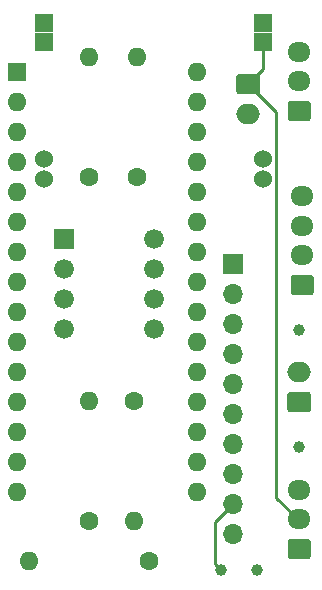
<source format=gtl>
G04 #@! TF.GenerationSoftware,KiCad,Pcbnew,(5.0.1-3-g963ef8bb5)*
G04 #@! TF.CreationDate,2018-12-25T15:27:32+01:00*
G04 #@! TF.ProjectId,smarttrimix,736D6172747472696D69782E6B696361,rev?*
G04 #@! TF.SameCoordinates,Original*
G04 #@! TF.FileFunction,Copper,L1,Top,Signal*
G04 #@! TF.FilePolarity,Positive*
%FSLAX46Y46*%
G04 Gerber Fmt 4.6, Leading zero omitted, Abs format (unit mm)*
G04 Created by KiCad (PCBNEW (5.0.1-3-g963ef8bb5)) date 2018 December 25, Tuesday 15:27:32*
%MOMM*%
%LPD*%
G01*
G04 APERTURE LIST*
G04 #@! TA.AperFunction,ComponentPad*
%ADD10R,1.524000X1.524000*%
G04 #@! TD*
G04 #@! TA.AperFunction,ComponentPad*
%ADD11C,1.524000*%
G04 #@! TD*
G04 #@! TA.AperFunction,ComponentPad*
%ADD12O,1.700000X1.700000*%
G04 #@! TD*
G04 #@! TA.AperFunction,ComponentPad*
%ADD13R,1.700000X1.700000*%
G04 #@! TD*
G04 #@! TA.AperFunction,ComponentPad*
%ADD14O,1.600000X1.600000*%
G04 #@! TD*
G04 #@! TA.AperFunction,ComponentPad*
%ADD15C,1.600000*%
G04 #@! TD*
G04 #@! TA.AperFunction,ComponentPad*
%ADD16O,2.000000X1.700000*%
G04 #@! TD*
G04 #@! TA.AperFunction,Conductor*
%ADD17C,0.150000*%
G04 #@! TD*
G04 #@! TA.AperFunction,ComponentPad*
%ADD18C,1.700000*%
G04 #@! TD*
G04 #@! TA.AperFunction,ComponentPad*
%ADD19C,1.676400*%
G04 #@! TD*
G04 #@! TA.AperFunction,ComponentPad*
%ADD20R,1.676400X1.676400*%
G04 #@! TD*
G04 #@! TA.AperFunction,ComponentPad*
%ADD21O,1.950000X1.700000*%
G04 #@! TD*
G04 #@! TA.AperFunction,ComponentPad*
%ADD22C,1.000000*%
G04 #@! TD*
G04 #@! TA.AperFunction,ComponentPad*
%ADD23R,1.600000X1.600000*%
G04 #@! TD*
G04 #@! TA.AperFunction,Conductor*
%ADD24C,0.250000*%
G04 #@! TD*
G04 APERTURE END LIST*
D10*
G04 #@! TO.P,J2,4*
G04 #@! TO.N,+VDC*
X49276000Y-53340000D03*
G04 #@! TO.P,J2,3*
G04 #@! TO.N,VDDA*
X67818000Y-53340000D03*
D11*
G04 #@! TO.P,J2,2*
G04 #@! TO.N,GND*
X67818000Y-63246000D03*
G04 #@! TO.P,J2,1*
X49276000Y-63246000D03*
D10*
G04 #@! TO.P,J2,4*
G04 #@! TO.N,+VDC*
X49276000Y-51689000D03*
G04 #@! TO.P,J2,3*
G04 #@! TO.N,VDDA*
X67818000Y-51689000D03*
D11*
G04 #@! TO.P,J2,2*
G04 #@! TO.N,GND*
X67818000Y-64897000D03*
G04 #@! TO.P,J2,1*
X49276000Y-64897000D03*
G04 #@! TD*
D12*
G04 #@! TO.P,J23,10*
G04 #@! TO.N,AIN3*
X65278000Y-94996000D03*
G04 #@! TO.P,J23,9*
G04 #@! TO.N,AIN2*
X65278000Y-92456000D03*
G04 #@! TO.P,J23,8*
G04 #@! TO.N,AIN1*
X65278000Y-89916000D03*
G04 #@! TO.P,J23,7*
G04 #@! TO.N,AIN0*
X65278000Y-87376000D03*
G04 #@! TO.P,J23,6*
G04 #@! TO.N,Net-(J23-Pad6)*
X65278000Y-84836000D03*
G04 #@! TO.P,J23,5*
G04 #@! TO.N,Net-(J23-Pad5)*
X65278000Y-82296000D03*
G04 #@! TO.P,J23,4*
G04 #@! TO.N,SDA*
X65278000Y-79756000D03*
G04 #@! TO.P,J23,3*
G04 #@! TO.N,SCL*
X65278000Y-77216000D03*
G04 #@! TO.P,J23,2*
G04 #@! TO.N,GND*
X65278000Y-74676000D03*
D13*
G04 #@! TO.P,J23,1*
G04 #@! TO.N,VCC*
X65278000Y-72136000D03*
G04 #@! TD*
D14*
G04 #@! TO.P,R2,2*
G04 #@! TO.N,VDDA*
X56896000Y-93853000D03*
D15*
G04 #@! TO.P,R2,1*
G04 #@! TO.N,Net-(R2-Pad1)*
X56896000Y-83693000D03*
G04 #@! TD*
D14*
G04 #@! TO.P,R5,2*
G04 #@! TO.N,Net-(R2-Pad1)*
X53086000Y-83693000D03*
D15*
G04 #@! TO.P,R5,1*
G04 #@! TO.N,Net-(R3-Pad2)*
X53086000Y-93853000D03*
G04 #@! TD*
D16*
G04 #@! TO.P,J22,2*
G04 #@! TO.N,AIN0*
X70866000Y-81320000D03*
D17*
G04 #@! TD*
G04 #@! TO.N,AIN1*
G04 #@! TO.C,J22*
G36*
X71640504Y-82971204D02*
X71664773Y-82974804D01*
X71688571Y-82980765D01*
X71711671Y-82989030D01*
X71733849Y-82999520D01*
X71754893Y-83012133D01*
X71774598Y-83026747D01*
X71792777Y-83043223D01*
X71809253Y-83061402D01*
X71823867Y-83081107D01*
X71836480Y-83102151D01*
X71846970Y-83124329D01*
X71855235Y-83147429D01*
X71861196Y-83171227D01*
X71864796Y-83195496D01*
X71866000Y-83220000D01*
X71866000Y-84420000D01*
X71864796Y-84444504D01*
X71861196Y-84468773D01*
X71855235Y-84492571D01*
X71846970Y-84515671D01*
X71836480Y-84537849D01*
X71823867Y-84558893D01*
X71809253Y-84578598D01*
X71792777Y-84596777D01*
X71774598Y-84613253D01*
X71754893Y-84627867D01*
X71733849Y-84640480D01*
X71711671Y-84650970D01*
X71688571Y-84659235D01*
X71664773Y-84665196D01*
X71640504Y-84668796D01*
X71616000Y-84670000D01*
X70116000Y-84670000D01*
X70091496Y-84668796D01*
X70067227Y-84665196D01*
X70043429Y-84659235D01*
X70020329Y-84650970D01*
X69998151Y-84640480D01*
X69977107Y-84627867D01*
X69957402Y-84613253D01*
X69939223Y-84596777D01*
X69922747Y-84578598D01*
X69908133Y-84558893D01*
X69895520Y-84537849D01*
X69885030Y-84515671D01*
X69876765Y-84492571D01*
X69870804Y-84468773D01*
X69867204Y-84444504D01*
X69866000Y-84420000D01*
X69866000Y-83220000D01*
X69867204Y-83195496D01*
X69870804Y-83171227D01*
X69876765Y-83147429D01*
X69885030Y-83124329D01*
X69895520Y-83102151D01*
X69908133Y-83081107D01*
X69922747Y-83061402D01*
X69939223Y-83043223D01*
X69957402Y-83026747D01*
X69977107Y-83012133D01*
X69998151Y-82999520D01*
X70020329Y-82989030D01*
X70043429Y-82980765D01*
X70067227Y-82974804D01*
X70091496Y-82971204D01*
X70116000Y-82970000D01*
X71616000Y-82970000D01*
X71640504Y-82971204D01*
X71640504Y-82971204D01*
G37*
D18*
G04 #@! TO.P,J22,1*
G04 #@! TO.N,AIN1*
X70866000Y-83820000D03*
G04 #@! TD*
D19*
G04 #@! TO.P,U1,8*
G04 #@! TO.N,VCC*
X58547000Y-69977000D03*
G04 #@! TO.P,U1,7*
G04 #@! TO.N,Net-(A1-Pad7)*
X58547000Y-72517000D03*
G04 #@! TO.P,U1,6*
G04 #@! TO.N,Net-(R3-Pad2)*
X58547000Y-75057000D03*
G04 #@! TO.P,U1,5*
G04 #@! TO.N,AIN2*
X58547000Y-77597000D03*
G04 #@! TO.P,U1,4*
G04 #@! TO.N,GND*
X50927000Y-77597000D03*
G04 #@! TO.P,U1,3*
G04 #@! TO.N,Net-(R2-Pad1)*
X50927000Y-75057000D03*
G04 #@! TO.P,U1,2*
G04 #@! TO.N,Net-(A1-Pad6)*
X50927000Y-72517000D03*
D20*
G04 #@! TO.P,U1,1*
G04 #@! TO.N,Net-(A1-Pad5)*
X50927000Y-69977000D03*
G04 #@! TD*
D14*
G04 #@! TO.P,R3,2*
G04 #@! TO.N,Net-(R3-Pad2)*
X48006000Y-97282000D03*
D15*
G04 #@! TO.P,R3,1*
G04 #@! TO.N,GND*
X58166000Y-97282000D03*
G04 #@! TD*
D14*
G04 #@! TO.P,R6,2*
G04 #@! TO.N,VCC*
X53086000Y-54610000D03*
D15*
G04 #@! TO.P,R6,1*
G04 #@! TO.N,Net-(A1-Pad5)*
X53086000Y-64770000D03*
G04 #@! TD*
D14*
G04 #@! TO.P,R7,2*
G04 #@! TO.N,VCC*
X57150000Y-54610000D03*
D15*
G04 #@! TO.P,R7,1*
G04 #@! TO.N,Net-(A1-Pad7)*
X57150000Y-64770000D03*
G04 #@! TD*
D21*
G04 #@! TO.P,J24,4*
G04 #@! TO.N,VCC*
X71120000Y-66414000D03*
G04 #@! TO.P,J24,3*
G04 #@! TO.N,GND*
X71120000Y-68914000D03*
G04 #@! TO.P,J24,2*
G04 #@! TO.N,SCL*
X71120000Y-71414000D03*
D17*
G04 #@! TD*
G04 #@! TO.N,SDA*
G04 #@! TO.C,J24*
G36*
X71869504Y-73065204D02*
X71893773Y-73068804D01*
X71917571Y-73074765D01*
X71940671Y-73083030D01*
X71962849Y-73093520D01*
X71983893Y-73106133D01*
X72003598Y-73120747D01*
X72021777Y-73137223D01*
X72038253Y-73155402D01*
X72052867Y-73175107D01*
X72065480Y-73196151D01*
X72075970Y-73218329D01*
X72084235Y-73241429D01*
X72090196Y-73265227D01*
X72093796Y-73289496D01*
X72095000Y-73314000D01*
X72095000Y-74514000D01*
X72093796Y-74538504D01*
X72090196Y-74562773D01*
X72084235Y-74586571D01*
X72075970Y-74609671D01*
X72065480Y-74631849D01*
X72052867Y-74652893D01*
X72038253Y-74672598D01*
X72021777Y-74690777D01*
X72003598Y-74707253D01*
X71983893Y-74721867D01*
X71962849Y-74734480D01*
X71940671Y-74744970D01*
X71917571Y-74753235D01*
X71893773Y-74759196D01*
X71869504Y-74762796D01*
X71845000Y-74764000D01*
X70395000Y-74764000D01*
X70370496Y-74762796D01*
X70346227Y-74759196D01*
X70322429Y-74753235D01*
X70299329Y-74744970D01*
X70277151Y-74734480D01*
X70256107Y-74721867D01*
X70236402Y-74707253D01*
X70218223Y-74690777D01*
X70201747Y-74672598D01*
X70187133Y-74652893D01*
X70174520Y-74631849D01*
X70164030Y-74609671D01*
X70155765Y-74586571D01*
X70149804Y-74562773D01*
X70146204Y-74538504D01*
X70145000Y-74514000D01*
X70145000Y-73314000D01*
X70146204Y-73289496D01*
X70149804Y-73265227D01*
X70155765Y-73241429D01*
X70164030Y-73218329D01*
X70174520Y-73196151D01*
X70187133Y-73175107D01*
X70201747Y-73155402D01*
X70218223Y-73137223D01*
X70236402Y-73120747D01*
X70256107Y-73106133D01*
X70277151Y-73093520D01*
X70299329Y-73083030D01*
X70322429Y-73074765D01*
X70346227Y-73068804D01*
X70370496Y-73065204D01*
X70395000Y-73064000D01*
X71845000Y-73064000D01*
X71869504Y-73065204D01*
X71869504Y-73065204D01*
G37*
D18*
G04 #@! TO.P,J24,1*
G04 #@! TO.N,SDA*
X71120000Y-73914000D03*
G04 #@! TD*
D22*
G04 #@! TO.P,TP1,1*
G04 #@! TO.N,AIN3*
X67310000Y-98044000D03*
G04 #@! TD*
G04 #@! TO.P,TP2,1*
G04 #@! TO.N,AIN2*
X64262000Y-98044000D03*
G04 #@! TD*
G04 #@! TO.P,TP3,1*
G04 #@! TO.N,AIN0*
X70866000Y-77724000D03*
G04 #@! TD*
G04 #@! TO.P,TP4,1*
G04 #@! TO.N,AIN1*
X70866000Y-87630000D03*
G04 #@! TD*
D21*
G04 #@! TO.P,He1,3*
G04 #@! TO.N,GND*
X70866000Y-91266000D03*
G04 #@! TO.P,He1,2*
G04 #@! TO.N,VDDA*
X70866000Y-93766000D03*
D17*
G04 #@! TD*
G04 #@! TO.N,AIN3*
G04 #@! TO.C,He1*
G36*
X71615504Y-95417204D02*
X71639773Y-95420804D01*
X71663571Y-95426765D01*
X71686671Y-95435030D01*
X71708849Y-95445520D01*
X71729893Y-95458133D01*
X71749598Y-95472747D01*
X71767777Y-95489223D01*
X71784253Y-95507402D01*
X71798867Y-95527107D01*
X71811480Y-95548151D01*
X71821970Y-95570329D01*
X71830235Y-95593429D01*
X71836196Y-95617227D01*
X71839796Y-95641496D01*
X71841000Y-95666000D01*
X71841000Y-96866000D01*
X71839796Y-96890504D01*
X71836196Y-96914773D01*
X71830235Y-96938571D01*
X71821970Y-96961671D01*
X71811480Y-96983849D01*
X71798867Y-97004893D01*
X71784253Y-97024598D01*
X71767777Y-97042777D01*
X71749598Y-97059253D01*
X71729893Y-97073867D01*
X71708849Y-97086480D01*
X71686671Y-97096970D01*
X71663571Y-97105235D01*
X71639773Y-97111196D01*
X71615504Y-97114796D01*
X71591000Y-97116000D01*
X70141000Y-97116000D01*
X70116496Y-97114796D01*
X70092227Y-97111196D01*
X70068429Y-97105235D01*
X70045329Y-97096970D01*
X70023151Y-97086480D01*
X70002107Y-97073867D01*
X69982402Y-97059253D01*
X69964223Y-97042777D01*
X69947747Y-97024598D01*
X69933133Y-97004893D01*
X69920520Y-96983849D01*
X69910030Y-96961671D01*
X69901765Y-96938571D01*
X69895804Y-96914773D01*
X69892204Y-96890504D01*
X69891000Y-96866000D01*
X69891000Y-95666000D01*
X69892204Y-95641496D01*
X69895804Y-95617227D01*
X69901765Y-95593429D01*
X69910030Y-95570329D01*
X69920520Y-95548151D01*
X69933133Y-95527107D01*
X69947747Y-95507402D01*
X69964223Y-95489223D01*
X69982402Y-95472747D01*
X70002107Y-95458133D01*
X70023151Y-95445520D01*
X70045329Y-95435030D01*
X70068429Y-95426765D01*
X70092227Y-95420804D01*
X70116496Y-95417204D01*
X70141000Y-95416000D01*
X71591000Y-95416000D01*
X71615504Y-95417204D01*
X71615504Y-95417204D01*
G37*
D18*
G04 #@! TO.P,He1,1*
G04 #@! TO.N,AIN3*
X70866000Y-96266000D03*
G04 #@! TD*
D21*
G04 #@! TO.P,J1,3*
G04 #@! TO.N,+VDC*
X70866000Y-54182000D03*
G04 #@! TO.P,J1,2*
G04 #@! TO.N,GND*
X70866000Y-56682000D03*
D17*
G04 #@! TD*
G04 #@! TO.N,VCC*
G04 #@! TO.C,J1*
G36*
X71615504Y-58333204D02*
X71639773Y-58336804D01*
X71663571Y-58342765D01*
X71686671Y-58351030D01*
X71708849Y-58361520D01*
X71729893Y-58374133D01*
X71749598Y-58388747D01*
X71767777Y-58405223D01*
X71784253Y-58423402D01*
X71798867Y-58443107D01*
X71811480Y-58464151D01*
X71821970Y-58486329D01*
X71830235Y-58509429D01*
X71836196Y-58533227D01*
X71839796Y-58557496D01*
X71841000Y-58582000D01*
X71841000Y-59782000D01*
X71839796Y-59806504D01*
X71836196Y-59830773D01*
X71830235Y-59854571D01*
X71821970Y-59877671D01*
X71811480Y-59899849D01*
X71798867Y-59920893D01*
X71784253Y-59940598D01*
X71767777Y-59958777D01*
X71749598Y-59975253D01*
X71729893Y-59989867D01*
X71708849Y-60002480D01*
X71686671Y-60012970D01*
X71663571Y-60021235D01*
X71639773Y-60027196D01*
X71615504Y-60030796D01*
X71591000Y-60032000D01*
X70141000Y-60032000D01*
X70116496Y-60030796D01*
X70092227Y-60027196D01*
X70068429Y-60021235D01*
X70045329Y-60012970D01*
X70023151Y-60002480D01*
X70002107Y-59989867D01*
X69982402Y-59975253D01*
X69964223Y-59958777D01*
X69947747Y-59940598D01*
X69933133Y-59920893D01*
X69920520Y-59899849D01*
X69910030Y-59877671D01*
X69901765Y-59854571D01*
X69895804Y-59830773D01*
X69892204Y-59806504D01*
X69891000Y-59782000D01*
X69891000Y-58582000D01*
X69892204Y-58557496D01*
X69895804Y-58533227D01*
X69901765Y-58509429D01*
X69910030Y-58486329D01*
X69920520Y-58464151D01*
X69933133Y-58443107D01*
X69947747Y-58423402D01*
X69964223Y-58405223D01*
X69982402Y-58388747D01*
X70002107Y-58374133D01*
X70023151Y-58361520D01*
X70045329Y-58351030D01*
X70068429Y-58342765D01*
X70092227Y-58336804D01*
X70116496Y-58333204D01*
X70141000Y-58332000D01*
X71591000Y-58332000D01*
X71615504Y-58333204D01*
X71615504Y-58333204D01*
G37*
D18*
G04 #@! TO.P,J1,1*
G04 #@! TO.N,VCC*
X70866000Y-59182000D03*
G04 #@! TD*
D16*
G04 #@! TO.P,J31,2*
G04 #@! TO.N,GND*
X66548000Y-59396000D03*
D17*
G04 #@! TD*
G04 #@! TO.N,VDDA*
G04 #@! TO.C,J31*
G36*
X67322504Y-56047204D02*
X67346773Y-56050804D01*
X67370571Y-56056765D01*
X67393671Y-56065030D01*
X67415849Y-56075520D01*
X67436893Y-56088133D01*
X67456598Y-56102747D01*
X67474777Y-56119223D01*
X67491253Y-56137402D01*
X67505867Y-56157107D01*
X67518480Y-56178151D01*
X67528970Y-56200329D01*
X67537235Y-56223429D01*
X67543196Y-56247227D01*
X67546796Y-56271496D01*
X67548000Y-56296000D01*
X67548000Y-57496000D01*
X67546796Y-57520504D01*
X67543196Y-57544773D01*
X67537235Y-57568571D01*
X67528970Y-57591671D01*
X67518480Y-57613849D01*
X67505867Y-57634893D01*
X67491253Y-57654598D01*
X67474777Y-57672777D01*
X67456598Y-57689253D01*
X67436893Y-57703867D01*
X67415849Y-57716480D01*
X67393671Y-57726970D01*
X67370571Y-57735235D01*
X67346773Y-57741196D01*
X67322504Y-57744796D01*
X67298000Y-57746000D01*
X65798000Y-57746000D01*
X65773496Y-57744796D01*
X65749227Y-57741196D01*
X65725429Y-57735235D01*
X65702329Y-57726970D01*
X65680151Y-57716480D01*
X65659107Y-57703867D01*
X65639402Y-57689253D01*
X65621223Y-57672777D01*
X65604747Y-57654598D01*
X65590133Y-57634893D01*
X65577520Y-57613849D01*
X65567030Y-57591671D01*
X65558765Y-57568571D01*
X65552804Y-57544773D01*
X65549204Y-57520504D01*
X65548000Y-57496000D01*
X65548000Y-56296000D01*
X65549204Y-56271496D01*
X65552804Y-56247227D01*
X65558765Y-56223429D01*
X65567030Y-56200329D01*
X65577520Y-56178151D01*
X65590133Y-56157107D01*
X65604747Y-56137402D01*
X65621223Y-56119223D01*
X65639402Y-56102747D01*
X65659107Y-56088133D01*
X65680151Y-56075520D01*
X65702329Y-56065030D01*
X65725429Y-56056765D01*
X65749227Y-56050804D01*
X65773496Y-56047204D01*
X65798000Y-56046000D01*
X67298000Y-56046000D01*
X67322504Y-56047204D01*
X67322504Y-56047204D01*
G37*
D18*
G04 #@! TO.P,J31,1*
G04 #@! TO.N,VDDA*
X66548000Y-56896000D03*
G04 #@! TD*
D14*
G04 #@! TO.P,A1,16*
G04 #@! TO.N,Net-(A1-Pad16)*
X62230000Y-91440000D03*
G04 #@! TO.P,A1,15*
G04 #@! TO.N,Net-(A1-Pad15)*
X46990000Y-91440000D03*
G04 #@! TO.P,A1,30*
G04 #@! TO.N,+VDC*
X62230000Y-55880000D03*
G04 #@! TO.P,A1,14*
G04 #@! TO.N,Net-(A1-Pad14)*
X46990000Y-88900000D03*
G04 #@! TO.P,A1,29*
G04 #@! TO.N,GND*
X62230000Y-58420000D03*
G04 #@! TO.P,A1,13*
G04 #@! TO.N,Net-(A1-Pad13)*
X46990000Y-86360000D03*
G04 #@! TO.P,A1,28*
G04 #@! TO.N,Net-(A1-Pad28)*
X62230000Y-60960000D03*
G04 #@! TO.P,A1,12*
G04 #@! TO.N,Net-(A1-Pad12)*
X46990000Y-83820000D03*
G04 #@! TO.P,A1,27*
G04 #@! TO.N,VCC*
X62230000Y-63500000D03*
G04 #@! TO.P,A1,11*
G04 #@! TO.N,Net-(A1-Pad11)*
X46990000Y-81280000D03*
G04 #@! TO.P,A1,26*
G04 #@! TO.N,Net-(A1-Pad26)*
X62230000Y-66040000D03*
G04 #@! TO.P,A1,10*
G04 #@! TO.N,Net-(A1-Pad10)*
X46990000Y-78740000D03*
G04 #@! TO.P,A1,25*
G04 #@! TO.N,Net-(A1-Pad25)*
X62230000Y-68580000D03*
G04 #@! TO.P,A1,9*
G04 #@! TO.N,Net-(A1-Pad9)*
X46990000Y-76200000D03*
G04 #@! TO.P,A1,24*
G04 #@! TO.N,SCL*
X62230000Y-71120000D03*
G04 #@! TO.P,A1,8*
G04 #@! TO.N,Net-(A1-Pad8)*
X46990000Y-73660000D03*
G04 #@! TO.P,A1,23*
G04 #@! TO.N,SDA*
X62230000Y-73660000D03*
G04 #@! TO.P,A1,7*
G04 #@! TO.N,Net-(A1-Pad7)*
X46990000Y-71120000D03*
G04 #@! TO.P,A1,22*
G04 #@! TO.N,Net-(A1-Pad22)*
X62230000Y-76200000D03*
G04 #@! TO.P,A1,6*
G04 #@! TO.N,Net-(A1-Pad6)*
X46990000Y-68580000D03*
G04 #@! TO.P,A1,21*
G04 #@! TO.N,Net-(A1-Pad21)*
X62230000Y-78740000D03*
G04 #@! TO.P,A1,5*
G04 #@! TO.N,Net-(A1-Pad5)*
X46990000Y-66040000D03*
G04 #@! TO.P,A1,20*
G04 #@! TO.N,Net-(A1-Pad20)*
X62230000Y-81280000D03*
G04 #@! TO.P,A1,4*
G04 #@! TO.N,Net-(A1-Pad4)*
X46990000Y-63500000D03*
G04 #@! TO.P,A1,19*
G04 #@! TO.N,Net-(A1-Pad19)*
X62230000Y-83820000D03*
G04 #@! TO.P,A1,3*
G04 #@! TO.N,Net-(A1-Pad3)*
X46990000Y-60960000D03*
G04 #@! TO.P,A1,18*
G04 #@! TO.N,Net-(A1-Pad18)*
X62230000Y-86360000D03*
G04 #@! TO.P,A1,2*
G04 #@! TO.N,Net-(A1-Pad2)*
X46990000Y-58420000D03*
G04 #@! TO.P,A1,17*
G04 #@! TO.N,Net-(A1-Pad17)*
X62230000Y-88900000D03*
D23*
G04 #@! TO.P,A1,1*
G04 #@! TO.N,Net-(A1-Pad1)*
X46990000Y-55880000D03*
G04 #@! TD*
D24*
G04 #@! TO.N,AIN2*
X63762001Y-97544001D02*
X64262000Y-98044000D01*
X63762001Y-93971999D02*
X63762001Y-97544001D01*
X65278000Y-92456000D02*
X63762001Y-93971999D01*
G04 #@! TO.N,VDDA*
X67818000Y-55626000D02*
X66548000Y-56896000D01*
X67818000Y-53340000D02*
X67818000Y-55626000D01*
X67453553Y-57801553D02*
X66548000Y-56896000D01*
X68905001Y-59253001D02*
X67453553Y-57801553D01*
X68905001Y-91930001D02*
X68905001Y-59253001D01*
X70741000Y-93766000D02*
X68905001Y-91930001D01*
X70866000Y-93766000D02*
X70741000Y-93766000D01*
G04 #@! TD*
M02*

</source>
